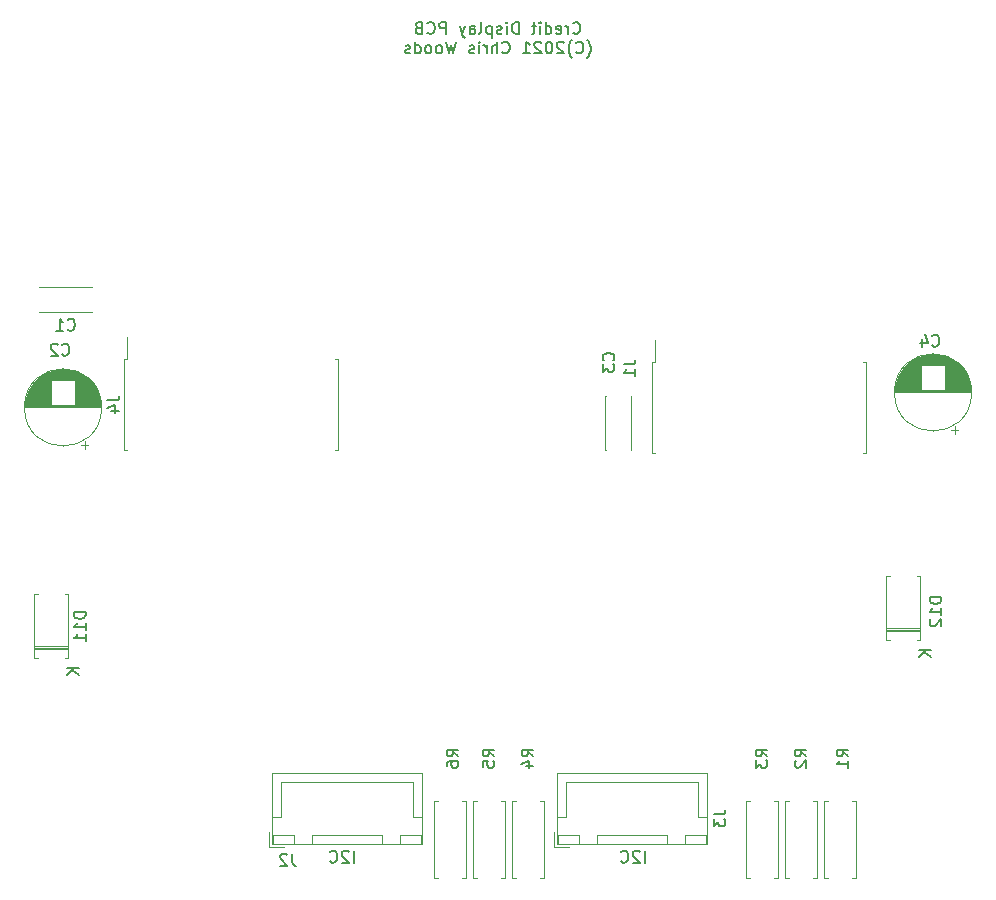
<source format=gbr>
%TF.GenerationSoftware,KiCad,Pcbnew,5.1.9-73d0e3b20d~88~ubuntu20.04.1*%
%TF.CreationDate,2021-05-01T11:52:03+02:00*%
%TF.ProjectId,anna_elsa_credit_display,616e6e61-5f65-46c7-9361-5f6372656469,rev?*%
%TF.SameCoordinates,Original*%
%TF.FileFunction,Legend,Bot*%
%TF.FilePolarity,Positive*%
%FSLAX46Y46*%
G04 Gerber Fmt 4.6, Leading zero omitted, Abs format (unit mm)*
G04 Created by KiCad (PCBNEW 5.1.9-73d0e3b20d~88~ubuntu20.04.1) date 2021-05-01 11:52:03*
%MOMM*%
%LPD*%
G01*
G04 APERTURE LIST*
%ADD10C,0.150000*%
%ADD11C,0.120000*%
G04 APERTURE END LIST*
D10*
X132087142Y-31282142D02*
X132134761Y-31329761D01*
X132277619Y-31377380D01*
X132372857Y-31377380D01*
X132515714Y-31329761D01*
X132610952Y-31234523D01*
X132658571Y-31139285D01*
X132706190Y-30948809D01*
X132706190Y-30805952D01*
X132658571Y-30615476D01*
X132610952Y-30520238D01*
X132515714Y-30425000D01*
X132372857Y-30377380D01*
X132277619Y-30377380D01*
X132134761Y-30425000D01*
X132087142Y-30472619D01*
X131658571Y-31377380D02*
X131658571Y-30710714D01*
X131658571Y-30901190D02*
X131610952Y-30805952D01*
X131563333Y-30758333D01*
X131468095Y-30710714D01*
X131372857Y-30710714D01*
X130658571Y-31329761D02*
X130753809Y-31377380D01*
X130944285Y-31377380D01*
X131039523Y-31329761D01*
X131087142Y-31234523D01*
X131087142Y-30853571D01*
X131039523Y-30758333D01*
X130944285Y-30710714D01*
X130753809Y-30710714D01*
X130658571Y-30758333D01*
X130610952Y-30853571D01*
X130610952Y-30948809D01*
X131087142Y-31044047D01*
X129753809Y-31377380D02*
X129753809Y-30377380D01*
X129753809Y-31329761D02*
X129849047Y-31377380D01*
X130039523Y-31377380D01*
X130134761Y-31329761D01*
X130182380Y-31282142D01*
X130230000Y-31186904D01*
X130230000Y-30901190D01*
X130182380Y-30805952D01*
X130134761Y-30758333D01*
X130039523Y-30710714D01*
X129849047Y-30710714D01*
X129753809Y-30758333D01*
X129277619Y-31377380D02*
X129277619Y-30710714D01*
X129277619Y-30377380D02*
X129325238Y-30425000D01*
X129277619Y-30472619D01*
X129230000Y-30425000D01*
X129277619Y-30377380D01*
X129277619Y-30472619D01*
X128944285Y-30710714D02*
X128563333Y-30710714D01*
X128801428Y-30377380D02*
X128801428Y-31234523D01*
X128753809Y-31329761D01*
X128658571Y-31377380D01*
X128563333Y-31377380D01*
X127468095Y-31377380D02*
X127468095Y-30377380D01*
X127230000Y-30377380D01*
X127087142Y-30425000D01*
X126991904Y-30520238D01*
X126944285Y-30615476D01*
X126896666Y-30805952D01*
X126896666Y-30948809D01*
X126944285Y-31139285D01*
X126991904Y-31234523D01*
X127087142Y-31329761D01*
X127230000Y-31377380D01*
X127468095Y-31377380D01*
X126468095Y-31377380D02*
X126468095Y-30710714D01*
X126468095Y-30377380D02*
X126515714Y-30425000D01*
X126468095Y-30472619D01*
X126420476Y-30425000D01*
X126468095Y-30377380D01*
X126468095Y-30472619D01*
X126039523Y-31329761D02*
X125944285Y-31377380D01*
X125753809Y-31377380D01*
X125658571Y-31329761D01*
X125610952Y-31234523D01*
X125610952Y-31186904D01*
X125658571Y-31091666D01*
X125753809Y-31044047D01*
X125896666Y-31044047D01*
X125991904Y-30996428D01*
X126039523Y-30901190D01*
X126039523Y-30853571D01*
X125991904Y-30758333D01*
X125896666Y-30710714D01*
X125753809Y-30710714D01*
X125658571Y-30758333D01*
X125182380Y-30710714D02*
X125182380Y-31710714D01*
X125182380Y-30758333D02*
X125087142Y-30710714D01*
X124896666Y-30710714D01*
X124801428Y-30758333D01*
X124753809Y-30805952D01*
X124706190Y-30901190D01*
X124706190Y-31186904D01*
X124753809Y-31282142D01*
X124801428Y-31329761D01*
X124896666Y-31377380D01*
X125087142Y-31377380D01*
X125182380Y-31329761D01*
X124134761Y-31377380D02*
X124230000Y-31329761D01*
X124277619Y-31234523D01*
X124277619Y-30377380D01*
X123325238Y-31377380D02*
X123325238Y-30853571D01*
X123372857Y-30758333D01*
X123468095Y-30710714D01*
X123658571Y-30710714D01*
X123753809Y-30758333D01*
X123325238Y-31329761D02*
X123420476Y-31377380D01*
X123658571Y-31377380D01*
X123753809Y-31329761D01*
X123801428Y-31234523D01*
X123801428Y-31139285D01*
X123753809Y-31044047D01*
X123658571Y-30996428D01*
X123420476Y-30996428D01*
X123325238Y-30948809D01*
X122944285Y-30710714D02*
X122706190Y-31377380D01*
X122468095Y-30710714D02*
X122706190Y-31377380D01*
X122801428Y-31615476D01*
X122849047Y-31663095D01*
X122944285Y-31710714D01*
X121325238Y-31377380D02*
X121325238Y-30377380D01*
X120944285Y-30377380D01*
X120849047Y-30425000D01*
X120801428Y-30472619D01*
X120753809Y-30567857D01*
X120753809Y-30710714D01*
X120801428Y-30805952D01*
X120849047Y-30853571D01*
X120944285Y-30901190D01*
X121325238Y-30901190D01*
X119753809Y-31282142D02*
X119801428Y-31329761D01*
X119944285Y-31377380D01*
X120039523Y-31377380D01*
X120182380Y-31329761D01*
X120277619Y-31234523D01*
X120325238Y-31139285D01*
X120372857Y-30948809D01*
X120372857Y-30805952D01*
X120325238Y-30615476D01*
X120277619Y-30520238D01*
X120182380Y-30425000D01*
X120039523Y-30377380D01*
X119944285Y-30377380D01*
X119801428Y-30425000D01*
X119753809Y-30472619D01*
X118991904Y-30853571D02*
X118849047Y-30901190D01*
X118801428Y-30948809D01*
X118753809Y-31044047D01*
X118753809Y-31186904D01*
X118801428Y-31282142D01*
X118849047Y-31329761D01*
X118944285Y-31377380D01*
X119325238Y-31377380D01*
X119325238Y-30377380D01*
X118991904Y-30377380D01*
X118896666Y-30425000D01*
X118849047Y-30472619D01*
X118801428Y-30567857D01*
X118801428Y-30663095D01*
X118849047Y-30758333D01*
X118896666Y-30805952D01*
X118991904Y-30853571D01*
X119325238Y-30853571D01*
X133277619Y-33408333D02*
X133325238Y-33360714D01*
X133420476Y-33217857D01*
X133468095Y-33122619D01*
X133515714Y-32979761D01*
X133563333Y-32741666D01*
X133563333Y-32551190D01*
X133515714Y-32313095D01*
X133468095Y-32170238D01*
X133420476Y-32075000D01*
X133325238Y-31932142D01*
X133277619Y-31884523D01*
X132325238Y-32932142D02*
X132372857Y-32979761D01*
X132515714Y-33027380D01*
X132610952Y-33027380D01*
X132753809Y-32979761D01*
X132849047Y-32884523D01*
X132896666Y-32789285D01*
X132944285Y-32598809D01*
X132944285Y-32455952D01*
X132896666Y-32265476D01*
X132849047Y-32170238D01*
X132753809Y-32075000D01*
X132610952Y-32027380D01*
X132515714Y-32027380D01*
X132372857Y-32075000D01*
X132325238Y-32122619D01*
X131991904Y-33408333D02*
X131944285Y-33360714D01*
X131849047Y-33217857D01*
X131801428Y-33122619D01*
X131753809Y-32979761D01*
X131706190Y-32741666D01*
X131706190Y-32551190D01*
X131753809Y-32313095D01*
X131801428Y-32170238D01*
X131849047Y-32075000D01*
X131944285Y-31932142D01*
X131991904Y-31884523D01*
X131277619Y-32122619D02*
X131230000Y-32075000D01*
X131134761Y-32027380D01*
X130896666Y-32027380D01*
X130801428Y-32075000D01*
X130753809Y-32122619D01*
X130706190Y-32217857D01*
X130706190Y-32313095D01*
X130753809Y-32455952D01*
X131325238Y-33027380D01*
X130706190Y-33027380D01*
X130087142Y-32027380D02*
X129991904Y-32027380D01*
X129896666Y-32075000D01*
X129849047Y-32122619D01*
X129801428Y-32217857D01*
X129753809Y-32408333D01*
X129753809Y-32646428D01*
X129801428Y-32836904D01*
X129849047Y-32932142D01*
X129896666Y-32979761D01*
X129991904Y-33027380D01*
X130087142Y-33027380D01*
X130182380Y-32979761D01*
X130230000Y-32932142D01*
X130277619Y-32836904D01*
X130325238Y-32646428D01*
X130325238Y-32408333D01*
X130277619Y-32217857D01*
X130230000Y-32122619D01*
X130182380Y-32075000D01*
X130087142Y-32027380D01*
X129372857Y-32122619D02*
X129325238Y-32075000D01*
X129230000Y-32027380D01*
X128991904Y-32027380D01*
X128896666Y-32075000D01*
X128849047Y-32122619D01*
X128801428Y-32217857D01*
X128801428Y-32313095D01*
X128849047Y-32455952D01*
X129420476Y-33027380D01*
X128801428Y-33027380D01*
X127849047Y-33027380D02*
X128420476Y-33027380D01*
X128134761Y-33027380D02*
X128134761Y-32027380D01*
X128230000Y-32170238D01*
X128325238Y-32265476D01*
X128420476Y-32313095D01*
X126087142Y-32932142D02*
X126134761Y-32979761D01*
X126277619Y-33027380D01*
X126372857Y-33027380D01*
X126515714Y-32979761D01*
X126610952Y-32884523D01*
X126658571Y-32789285D01*
X126706190Y-32598809D01*
X126706190Y-32455952D01*
X126658571Y-32265476D01*
X126610952Y-32170238D01*
X126515714Y-32075000D01*
X126372857Y-32027380D01*
X126277619Y-32027380D01*
X126134761Y-32075000D01*
X126087142Y-32122619D01*
X125658571Y-33027380D02*
X125658571Y-32027380D01*
X125230000Y-33027380D02*
X125230000Y-32503571D01*
X125277619Y-32408333D01*
X125372857Y-32360714D01*
X125515714Y-32360714D01*
X125610952Y-32408333D01*
X125658571Y-32455952D01*
X124753809Y-33027380D02*
X124753809Y-32360714D01*
X124753809Y-32551190D02*
X124706190Y-32455952D01*
X124658571Y-32408333D01*
X124563333Y-32360714D01*
X124468095Y-32360714D01*
X124134761Y-33027380D02*
X124134761Y-32360714D01*
X124134761Y-32027380D02*
X124182380Y-32075000D01*
X124134761Y-32122619D01*
X124087142Y-32075000D01*
X124134761Y-32027380D01*
X124134761Y-32122619D01*
X123706190Y-32979761D02*
X123610952Y-33027380D01*
X123420476Y-33027380D01*
X123325238Y-32979761D01*
X123277619Y-32884523D01*
X123277619Y-32836904D01*
X123325238Y-32741666D01*
X123420476Y-32694047D01*
X123563333Y-32694047D01*
X123658571Y-32646428D01*
X123706190Y-32551190D01*
X123706190Y-32503571D01*
X123658571Y-32408333D01*
X123563333Y-32360714D01*
X123420476Y-32360714D01*
X123325238Y-32408333D01*
X122182380Y-32027380D02*
X121944285Y-33027380D01*
X121753809Y-32313095D01*
X121563333Y-33027380D01*
X121325238Y-32027380D01*
X120801428Y-33027380D02*
X120896666Y-32979761D01*
X120944285Y-32932142D01*
X120991904Y-32836904D01*
X120991904Y-32551190D01*
X120944285Y-32455952D01*
X120896666Y-32408333D01*
X120801428Y-32360714D01*
X120658571Y-32360714D01*
X120563333Y-32408333D01*
X120515714Y-32455952D01*
X120468095Y-32551190D01*
X120468095Y-32836904D01*
X120515714Y-32932142D01*
X120563333Y-32979761D01*
X120658571Y-33027380D01*
X120801428Y-33027380D01*
X119896666Y-33027380D02*
X119991904Y-32979761D01*
X120039523Y-32932142D01*
X120087142Y-32836904D01*
X120087142Y-32551190D01*
X120039523Y-32455952D01*
X119991904Y-32408333D01*
X119896666Y-32360714D01*
X119753809Y-32360714D01*
X119658571Y-32408333D01*
X119610952Y-32455952D01*
X119563333Y-32551190D01*
X119563333Y-32836904D01*
X119610952Y-32932142D01*
X119658571Y-32979761D01*
X119753809Y-33027380D01*
X119896666Y-33027380D01*
X118706190Y-33027380D02*
X118706190Y-32027380D01*
X118706190Y-32979761D02*
X118801428Y-33027380D01*
X118991904Y-33027380D01*
X119087142Y-32979761D01*
X119134761Y-32932142D01*
X119182380Y-32836904D01*
X119182380Y-32551190D01*
X119134761Y-32455952D01*
X119087142Y-32408333D01*
X118991904Y-32360714D01*
X118801428Y-32360714D01*
X118706190Y-32408333D01*
X118277619Y-32979761D02*
X118182380Y-33027380D01*
X117991904Y-33027380D01*
X117896666Y-32979761D01*
X117849047Y-32884523D01*
X117849047Y-32836904D01*
X117896666Y-32741666D01*
X117991904Y-32694047D01*
X118134761Y-32694047D01*
X118230000Y-32646428D01*
X118277619Y-32551190D01*
X118277619Y-32503571D01*
X118230000Y-32408333D01*
X118134761Y-32360714D01*
X117991904Y-32360714D01*
X117896666Y-32408333D01*
D11*
%TO.C,D12*%
X161490000Y-81950000D02*
X158550000Y-81950000D01*
X161490000Y-81710000D02*
X158550000Y-81710000D01*
X161490000Y-81830000D02*
X158550000Y-81830000D01*
X158550000Y-77290000D02*
X158880000Y-77290000D01*
X158550000Y-82730000D02*
X158550000Y-77290000D01*
X158880000Y-82730000D02*
X158550000Y-82730000D01*
X161490000Y-77290000D02*
X161160000Y-77290000D01*
X161490000Y-82730000D02*
X161490000Y-77290000D01*
X161160000Y-82730000D02*
X161490000Y-82730000D01*
%TO.C,D11*%
X89354000Y-83474000D02*
X86414000Y-83474000D01*
X89354000Y-83234000D02*
X86414000Y-83234000D01*
X89354000Y-83354000D02*
X86414000Y-83354000D01*
X86414000Y-78814000D02*
X86744000Y-78814000D01*
X86414000Y-84254000D02*
X86414000Y-78814000D01*
X86744000Y-84254000D02*
X86414000Y-84254000D01*
X89354000Y-78814000D02*
X89024000Y-78814000D01*
X89354000Y-84254000D02*
X89354000Y-78814000D01*
X89024000Y-84254000D02*
X89354000Y-84254000D01*
%TO.C,R6*%
X123036000Y-102838000D02*
X122706000Y-102838000D01*
X123036000Y-96298000D02*
X123036000Y-102838000D01*
X122706000Y-96298000D02*
X123036000Y-96298000D01*
X120296000Y-102838000D02*
X120626000Y-102838000D01*
X120296000Y-96298000D02*
X120296000Y-102838000D01*
X120626000Y-96298000D02*
X120296000Y-96298000D01*
%TO.C,R5*%
X126338000Y-102838000D02*
X126008000Y-102838000D01*
X126338000Y-96298000D02*
X126338000Y-102838000D01*
X126008000Y-96298000D02*
X126338000Y-96298000D01*
X123598000Y-102838000D02*
X123928000Y-102838000D01*
X123598000Y-96298000D02*
X123598000Y-102838000D01*
X123928000Y-96298000D02*
X123598000Y-96298000D01*
%TO.C,R4*%
X129640000Y-102838000D02*
X129310000Y-102838000D01*
X129640000Y-96298000D02*
X129640000Y-102838000D01*
X129310000Y-96298000D02*
X129640000Y-96298000D01*
X126900000Y-102838000D02*
X127230000Y-102838000D01*
X126900000Y-96298000D02*
X126900000Y-102838000D01*
X127230000Y-96298000D02*
X126900000Y-96298000D01*
%TO.C,R3*%
X149452000Y-102838000D02*
X149122000Y-102838000D01*
X149452000Y-96298000D02*
X149452000Y-102838000D01*
X149122000Y-96298000D02*
X149452000Y-96298000D01*
X146712000Y-102838000D02*
X147042000Y-102838000D01*
X146712000Y-96298000D02*
X146712000Y-102838000D01*
X147042000Y-96298000D02*
X146712000Y-96298000D01*
%TO.C,R2*%
X152754000Y-102838000D02*
X152424000Y-102838000D01*
X152754000Y-96298000D02*
X152754000Y-102838000D01*
X152424000Y-96298000D02*
X152754000Y-96298000D01*
X150014000Y-102838000D02*
X150344000Y-102838000D01*
X150014000Y-96298000D02*
X150014000Y-102838000D01*
X150344000Y-96298000D02*
X150014000Y-96298000D01*
%TO.C,R1*%
X156056000Y-102838000D02*
X155726000Y-102838000D01*
X156056000Y-96298000D02*
X156056000Y-102838000D01*
X155726000Y-96298000D02*
X156056000Y-96298000D01*
X153316000Y-102838000D02*
X153646000Y-102838000D01*
X153316000Y-96298000D02*
X153316000Y-102838000D01*
X153646000Y-96298000D02*
X153316000Y-96298000D01*
%TO.C,C4*%
X164714000Y-64927241D02*
X164084000Y-64927241D01*
X164399000Y-65242241D02*
X164399000Y-64612241D01*
X162962000Y-58501000D02*
X162158000Y-58501000D01*
X163193000Y-58541000D02*
X161927000Y-58541000D01*
X163362000Y-58581000D02*
X161758000Y-58581000D01*
X163500000Y-58621000D02*
X161620000Y-58621000D01*
X163619000Y-58661000D02*
X161501000Y-58661000D01*
X163725000Y-58701000D02*
X161395000Y-58701000D01*
X163822000Y-58741000D02*
X161298000Y-58741000D01*
X163910000Y-58781000D02*
X161210000Y-58781000D01*
X163992000Y-58821000D02*
X161128000Y-58821000D01*
X164069000Y-58861000D02*
X161051000Y-58861000D01*
X164141000Y-58901000D02*
X160979000Y-58901000D01*
X164210000Y-58941000D02*
X160910000Y-58941000D01*
X164274000Y-58981000D02*
X160846000Y-58981000D01*
X164336000Y-59021000D02*
X160784000Y-59021000D01*
X164394000Y-59061000D02*
X160726000Y-59061000D01*
X164450000Y-59101000D02*
X160670000Y-59101000D01*
X164504000Y-59141000D02*
X160616000Y-59141000D01*
X164555000Y-59181000D02*
X160565000Y-59181000D01*
X164604000Y-59221000D02*
X160516000Y-59221000D01*
X164652000Y-59261000D02*
X160468000Y-59261000D01*
X164697000Y-59301000D02*
X160423000Y-59301000D01*
X164742000Y-59341000D02*
X160378000Y-59341000D01*
X164784000Y-59381000D02*
X160336000Y-59381000D01*
X164825000Y-59421000D02*
X160295000Y-59421000D01*
X161520000Y-59461000D02*
X160255000Y-59461000D01*
X164865000Y-59461000D02*
X163600000Y-59461000D01*
X161520000Y-59501000D02*
X160217000Y-59501000D01*
X164903000Y-59501000D02*
X163600000Y-59501000D01*
X161520000Y-59541000D02*
X160180000Y-59541000D01*
X164940000Y-59541000D02*
X163600000Y-59541000D01*
X161520000Y-59581000D02*
X160144000Y-59581000D01*
X164976000Y-59581000D02*
X163600000Y-59581000D01*
X161520000Y-59621000D02*
X160110000Y-59621000D01*
X165010000Y-59621000D02*
X163600000Y-59621000D01*
X161520000Y-59661000D02*
X160076000Y-59661000D01*
X165044000Y-59661000D02*
X163600000Y-59661000D01*
X161520000Y-59701000D02*
X160044000Y-59701000D01*
X165076000Y-59701000D02*
X163600000Y-59701000D01*
X161520000Y-59741000D02*
X160012000Y-59741000D01*
X165108000Y-59741000D02*
X163600000Y-59741000D01*
X161520000Y-59781000D02*
X159982000Y-59781000D01*
X165138000Y-59781000D02*
X163600000Y-59781000D01*
X161520000Y-59821000D02*
X159953000Y-59821000D01*
X165167000Y-59821000D02*
X163600000Y-59821000D01*
X161520000Y-59861000D02*
X159924000Y-59861000D01*
X165196000Y-59861000D02*
X163600000Y-59861000D01*
X161520000Y-59901000D02*
X159896000Y-59901000D01*
X165224000Y-59901000D02*
X163600000Y-59901000D01*
X161520000Y-59941000D02*
X159870000Y-59941000D01*
X165250000Y-59941000D02*
X163600000Y-59941000D01*
X161520000Y-59981000D02*
X159844000Y-59981000D01*
X165276000Y-59981000D02*
X163600000Y-59981000D01*
X161520000Y-60021000D02*
X159818000Y-60021000D01*
X165302000Y-60021000D02*
X163600000Y-60021000D01*
X161520000Y-60061000D02*
X159794000Y-60061000D01*
X165326000Y-60061000D02*
X163600000Y-60061000D01*
X161520000Y-60101000D02*
X159770000Y-60101000D01*
X165350000Y-60101000D02*
X163600000Y-60101000D01*
X161520000Y-60141000D02*
X159748000Y-60141000D01*
X165372000Y-60141000D02*
X163600000Y-60141000D01*
X161520000Y-60181000D02*
X159726000Y-60181000D01*
X165394000Y-60181000D02*
X163600000Y-60181000D01*
X161520000Y-60221000D02*
X159704000Y-60221000D01*
X165416000Y-60221000D02*
X163600000Y-60221000D01*
X161520000Y-60261000D02*
X159684000Y-60261000D01*
X165436000Y-60261000D02*
X163600000Y-60261000D01*
X161520000Y-60301000D02*
X159664000Y-60301000D01*
X165456000Y-60301000D02*
X163600000Y-60301000D01*
X161520000Y-60341000D02*
X159644000Y-60341000D01*
X165476000Y-60341000D02*
X163600000Y-60341000D01*
X161520000Y-60381000D02*
X159626000Y-60381000D01*
X165494000Y-60381000D02*
X163600000Y-60381000D01*
X161520000Y-60421000D02*
X159608000Y-60421000D01*
X165512000Y-60421000D02*
X163600000Y-60421000D01*
X161520000Y-60461000D02*
X159590000Y-60461000D01*
X165530000Y-60461000D02*
X163600000Y-60461000D01*
X161520000Y-60501000D02*
X159574000Y-60501000D01*
X165546000Y-60501000D02*
X163600000Y-60501000D01*
X161520000Y-60541000D02*
X159558000Y-60541000D01*
X165562000Y-60541000D02*
X163600000Y-60541000D01*
X161520000Y-60581000D02*
X159542000Y-60581000D01*
X165578000Y-60581000D02*
X163600000Y-60581000D01*
X161520000Y-60621000D02*
X159527000Y-60621000D01*
X165593000Y-60621000D02*
X163600000Y-60621000D01*
X161520000Y-60661000D02*
X159513000Y-60661000D01*
X165607000Y-60661000D02*
X163600000Y-60661000D01*
X161520000Y-60701000D02*
X159499000Y-60701000D01*
X165621000Y-60701000D02*
X163600000Y-60701000D01*
X161520000Y-60741000D02*
X159486000Y-60741000D01*
X165634000Y-60741000D02*
X163600000Y-60741000D01*
X161520000Y-60781000D02*
X159474000Y-60781000D01*
X165646000Y-60781000D02*
X163600000Y-60781000D01*
X161520000Y-60821000D02*
X159462000Y-60821000D01*
X165658000Y-60821000D02*
X163600000Y-60821000D01*
X161520000Y-60861000D02*
X159450000Y-60861000D01*
X165670000Y-60861000D02*
X163600000Y-60861000D01*
X161520000Y-60901000D02*
X159439000Y-60901000D01*
X165681000Y-60901000D02*
X163600000Y-60901000D01*
X161520000Y-60941000D02*
X159429000Y-60941000D01*
X165691000Y-60941000D02*
X163600000Y-60941000D01*
X161520000Y-60981000D02*
X159419000Y-60981000D01*
X165701000Y-60981000D02*
X163600000Y-60981000D01*
X161520000Y-61021000D02*
X159410000Y-61021000D01*
X165710000Y-61021000D02*
X163600000Y-61021000D01*
X161520000Y-61062000D02*
X159401000Y-61062000D01*
X165719000Y-61062000D02*
X163600000Y-61062000D01*
X161520000Y-61102000D02*
X159393000Y-61102000D01*
X165727000Y-61102000D02*
X163600000Y-61102000D01*
X161520000Y-61142000D02*
X159385000Y-61142000D01*
X165735000Y-61142000D02*
X163600000Y-61142000D01*
X161520000Y-61182000D02*
X159378000Y-61182000D01*
X165742000Y-61182000D02*
X163600000Y-61182000D01*
X161520000Y-61222000D02*
X159371000Y-61222000D01*
X165749000Y-61222000D02*
X163600000Y-61222000D01*
X161520000Y-61262000D02*
X159365000Y-61262000D01*
X165755000Y-61262000D02*
X163600000Y-61262000D01*
X161520000Y-61302000D02*
X159359000Y-61302000D01*
X165761000Y-61302000D02*
X163600000Y-61302000D01*
X161520000Y-61342000D02*
X159354000Y-61342000D01*
X165766000Y-61342000D02*
X163600000Y-61342000D01*
X161520000Y-61382000D02*
X159349000Y-61382000D01*
X165771000Y-61382000D02*
X163600000Y-61382000D01*
X161520000Y-61422000D02*
X159345000Y-61422000D01*
X165775000Y-61422000D02*
X163600000Y-61422000D01*
X161520000Y-61462000D02*
X159342000Y-61462000D01*
X165778000Y-61462000D02*
X163600000Y-61462000D01*
X161520000Y-61502000D02*
X159338000Y-61502000D01*
X165782000Y-61502000D02*
X163600000Y-61502000D01*
X165784000Y-61542000D02*
X159336000Y-61542000D01*
X165787000Y-61582000D02*
X159333000Y-61582000D01*
X165788000Y-61622000D02*
X159332000Y-61622000D01*
X165790000Y-61662000D02*
X159330000Y-61662000D01*
X165790000Y-61702000D02*
X159330000Y-61702000D01*
X165790000Y-61742000D02*
X159330000Y-61742000D01*
X165830000Y-61742000D02*
G75*
G03*
X165830000Y-61742000I-3270000J0D01*
G01*
%TO.C,C3*%
X134835000Y-62032000D02*
X134820000Y-62032000D01*
X136960000Y-62032000D02*
X136945000Y-62032000D01*
X134835000Y-66572000D02*
X134820000Y-66572000D01*
X136960000Y-66572000D02*
X136945000Y-66572000D01*
X134820000Y-66572000D02*
X134820000Y-62032000D01*
X136960000Y-66572000D02*
X136960000Y-62032000D01*
%TO.C,C2*%
X91054000Y-66197241D02*
X90424000Y-66197241D01*
X90739000Y-66512241D02*
X90739000Y-65882241D01*
X89302000Y-59771000D02*
X88498000Y-59771000D01*
X89533000Y-59811000D02*
X88267000Y-59811000D01*
X89702000Y-59851000D02*
X88098000Y-59851000D01*
X89840000Y-59891000D02*
X87960000Y-59891000D01*
X89959000Y-59931000D02*
X87841000Y-59931000D01*
X90065000Y-59971000D02*
X87735000Y-59971000D01*
X90162000Y-60011000D02*
X87638000Y-60011000D01*
X90250000Y-60051000D02*
X87550000Y-60051000D01*
X90332000Y-60091000D02*
X87468000Y-60091000D01*
X90409000Y-60131000D02*
X87391000Y-60131000D01*
X90481000Y-60171000D02*
X87319000Y-60171000D01*
X90550000Y-60211000D02*
X87250000Y-60211000D01*
X90614000Y-60251000D02*
X87186000Y-60251000D01*
X90676000Y-60291000D02*
X87124000Y-60291000D01*
X90734000Y-60331000D02*
X87066000Y-60331000D01*
X90790000Y-60371000D02*
X87010000Y-60371000D01*
X90844000Y-60411000D02*
X86956000Y-60411000D01*
X90895000Y-60451000D02*
X86905000Y-60451000D01*
X90944000Y-60491000D02*
X86856000Y-60491000D01*
X90992000Y-60531000D02*
X86808000Y-60531000D01*
X91037000Y-60571000D02*
X86763000Y-60571000D01*
X91082000Y-60611000D02*
X86718000Y-60611000D01*
X91124000Y-60651000D02*
X86676000Y-60651000D01*
X91165000Y-60691000D02*
X86635000Y-60691000D01*
X87860000Y-60731000D02*
X86595000Y-60731000D01*
X91205000Y-60731000D02*
X89940000Y-60731000D01*
X87860000Y-60771000D02*
X86557000Y-60771000D01*
X91243000Y-60771000D02*
X89940000Y-60771000D01*
X87860000Y-60811000D02*
X86520000Y-60811000D01*
X91280000Y-60811000D02*
X89940000Y-60811000D01*
X87860000Y-60851000D02*
X86484000Y-60851000D01*
X91316000Y-60851000D02*
X89940000Y-60851000D01*
X87860000Y-60891000D02*
X86450000Y-60891000D01*
X91350000Y-60891000D02*
X89940000Y-60891000D01*
X87860000Y-60931000D02*
X86416000Y-60931000D01*
X91384000Y-60931000D02*
X89940000Y-60931000D01*
X87860000Y-60971000D02*
X86384000Y-60971000D01*
X91416000Y-60971000D02*
X89940000Y-60971000D01*
X87860000Y-61011000D02*
X86352000Y-61011000D01*
X91448000Y-61011000D02*
X89940000Y-61011000D01*
X87860000Y-61051000D02*
X86322000Y-61051000D01*
X91478000Y-61051000D02*
X89940000Y-61051000D01*
X87860000Y-61091000D02*
X86293000Y-61091000D01*
X91507000Y-61091000D02*
X89940000Y-61091000D01*
X87860000Y-61131000D02*
X86264000Y-61131000D01*
X91536000Y-61131000D02*
X89940000Y-61131000D01*
X87860000Y-61171000D02*
X86236000Y-61171000D01*
X91564000Y-61171000D02*
X89940000Y-61171000D01*
X87860000Y-61211000D02*
X86210000Y-61211000D01*
X91590000Y-61211000D02*
X89940000Y-61211000D01*
X87860000Y-61251000D02*
X86184000Y-61251000D01*
X91616000Y-61251000D02*
X89940000Y-61251000D01*
X87860000Y-61291000D02*
X86158000Y-61291000D01*
X91642000Y-61291000D02*
X89940000Y-61291000D01*
X87860000Y-61331000D02*
X86134000Y-61331000D01*
X91666000Y-61331000D02*
X89940000Y-61331000D01*
X87860000Y-61371000D02*
X86110000Y-61371000D01*
X91690000Y-61371000D02*
X89940000Y-61371000D01*
X87860000Y-61411000D02*
X86088000Y-61411000D01*
X91712000Y-61411000D02*
X89940000Y-61411000D01*
X87860000Y-61451000D02*
X86066000Y-61451000D01*
X91734000Y-61451000D02*
X89940000Y-61451000D01*
X87860000Y-61491000D02*
X86044000Y-61491000D01*
X91756000Y-61491000D02*
X89940000Y-61491000D01*
X87860000Y-61531000D02*
X86024000Y-61531000D01*
X91776000Y-61531000D02*
X89940000Y-61531000D01*
X87860000Y-61571000D02*
X86004000Y-61571000D01*
X91796000Y-61571000D02*
X89940000Y-61571000D01*
X87860000Y-61611000D02*
X85984000Y-61611000D01*
X91816000Y-61611000D02*
X89940000Y-61611000D01*
X87860000Y-61651000D02*
X85966000Y-61651000D01*
X91834000Y-61651000D02*
X89940000Y-61651000D01*
X87860000Y-61691000D02*
X85948000Y-61691000D01*
X91852000Y-61691000D02*
X89940000Y-61691000D01*
X87860000Y-61731000D02*
X85930000Y-61731000D01*
X91870000Y-61731000D02*
X89940000Y-61731000D01*
X87860000Y-61771000D02*
X85914000Y-61771000D01*
X91886000Y-61771000D02*
X89940000Y-61771000D01*
X87860000Y-61811000D02*
X85898000Y-61811000D01*
X91902000Y-61811000D02*
X89940000Y-61811000D01*
X87860000Y-61851000D02*
X85882000Y-61851000D01*
X91918000Y-61851000D02*
X89940000Y-61851000D01*
X87860000Y-61891000D02*
X85867000Y-61891000D01*
X91933000Y-61891000D02*
X89940000Y-61891000D01*
X87860000Y-61931000D02*
X85853000Y-61931000D01*
X91947000Y-61931000D02*
X89940000Y-61931000D01*
X87860000Y-61971000D02*
X85839000Y-61971000D01*
X91961000Y-61971000D02*
X89940000Y-61971000D01*
X87860000Y-62011000D02*
X85826000Y-62011000D01*
X91974000Y-62011000D02*
X89940000Y-62011000D01*
X87860000Y-62051000D02*
X85814000Y-62051000D01*
X91986000Y-62051000D02*
X89940000Y-62051000D01*
X87860000Y-62091000D02*
X85802000Y-62091000D01*
X91998000Y-62091000D02*
X89940000Y-62091000D01*
X87860000Y-62131000D02*
X85790000Y-62131000D01*
X92010000Y-62131000D02*
X89940000Y-62131000D01*
X87860000Y-62171000D02*
X85779000Y-62171000D01*
X92021000Y-62171000D02*
X89940000Y-62171000D01*
X87860000Y-62211000D02*
X85769000Y-62211000D01*
X92031000Y-62211000D02*
X89940000Y-62211000D01*
X87860000Y-62251000D02*
X85759000Y-62251000D01*
X92041000Y-62251000D02*
X89940000Y-62251000D01*
X87860000Y-62291000D02*
X85750000Y-62291000D01*
X92050000Y-62291000D02*
X89940000Y-62291000D01*
X87860000Y-62332000D02*
X85741000Y-62332000D01*
X92059000Y-62332000D02*
X89940000Y-62332000D01*
X87860000Y-62372000D02*
X85733000Y-62372000D01*
X92067000Y-62372000D02*
X89940000Y-62372000D01*
X87860000Y-62412000D02*
X85725000Y-62412000D01*
X92075000Y-62412000D02*
X89940000Y-62412000D01*
X87860000Y-62452000D02*
X85718000Y-62452000D01*
X92082000Y-62452000D02*
X89940000Y-62452000D01*
X87860000Y-62492000D02*
X85711000Y-62492000D01*
X92089000Y-62492000D02*
X89940000Y-62492000D01*
X87860000Y-62532000D02*
X85705000Y-62532000D01*
X92095000Y-62532000D02*
X89940000Y-62532000D01*
X87860000Y-62572000D02*
X85699000Y-62572000D01*
X92101000Y-62572000D02*
X89940000Y-62572000D01*
X87860000Y-62612000D02*
X85694000Y-62612000D01*
X92106000Y-62612000D02*
X89940000Y-62612000D01*
X87860000Y-62652000D02*
X85689000Y-62652000D01*
X92111000Y-62652000D02*
X89940000Y-62652000D01*
X87860000Y-62692000D02*
X85685000Y-62692000D01*
X92115000Y-62692000D02*
X89940000Y-62692000D01*
X87860000Y-62732000D02*
X85682000Y-62732000D01*
X92118000Y-62732000D02*
X89940000Y-62732000D01*
X87860000Y-62772000D02*
X85678000Y-62772000D01*
X92122000Y-62772000D02*
X89940000Y-62772000D01*
X92124000Y-62812000D02*
X85676000Y-62812000D01*
X92127000Y-62852000D02*
X85673000Y-62852000D01*
X92128000Y-62892000D02*
X85672000Y-62892000D01*
X92130000Y-62932000D02*
X85670000Y-62932000D01*
X92130000Y-62972000D02*
X85670000Y-62972000D01*
X92130000Y-63012000D02*
X85670000Y-63012000D01*
X92170000Y-63012000D02*
G75*
G03*
X92170000Y-63012000I-3270000J0D01*
G01*
%TO.C,C1*%
X91384000Y-52793000D02*
X91384000Y-52778000D01*
X91384000Y-54918000D02*
X91384000Y-54903000D01*
X86844000Y-52793000D02*
X86844000Y-52778000D01*
X86844000Y-54918000D02*
X86844000Y-54903000D01*
X86844000Y-52778000D02*
X91384000Y-52778000D01*
X86844000Y-54918000D02*
X91384000Y-54918000D01*
%TO.C,J4*%
X94334000Y-58878000D02*
X94334000Y-57088000D01*
X94044000Y-58878000D02*
X94334000Y-58878000D01*
X94044000Y-62738000D02*
X94044000Y-58878000D01*
X94044000Y-66598000D02*
X94334000Y-66598000D01*
X94044000Y-62738000D02*
X94044000Y-66598000D01*
X112204000Y-58878000D02*
X111914000Y-58878000D01*
X112204000Y-62738000D02*
X112204000Y-58878000D01*
X112204000Y-66598000D02*
X111914000Y-66598000D01*
X112204000Y-62738000D02*
X112204000Y-66598000D01*
%TO.C,J1*%
X139038000Y-59132000D02*
X139038000Y-57342000D01*
X138748000Y-59132000D02*
X139038000Y-59132000D01*
X138748000Y-62992000D02*
X138748000Y-59132000D01*
X138748000Y-66852000D02*
X139038000Y-66852000D01*
X138748000Y-62992000D02*
X138748000Y-66852000D01*
X156908000Y-59132000D02*
X156618000Y-59132000D01*
X156908000Y-62992000D02*
X156908000Y-59132000D01*
X156908000Y-66852000D02*
X156618000Y-66852000D01*
X156908000Y-62992000D02*
X156908000Y-66852000D01*
%TO.C,J3*%
X130760000Y-99950000D02*
X130760000Y-93980000D01*
X130760000Y-93980000D02*
X143380000Y-93980000D01*
X143380000Y-93980000D02*
X143380000Y-99950000D01*
X143380000Y-99950000D02*
X130760000Y-99950000D01*
X134070000Y-99940000D02*
X134070000Y-99190000D01*
X134070000Y-99190000D02*
X140070000Y-99190000D01*
X140070000Y-99190000D02*
X140070000Y-99940000D01*
X140070000Y-99940000D02*
X134070000Y-99940000D01*
X130770000Y-99940000D02*
X130770000Y-99190000D01*
X130770000Y-99190000D02*
X132570000Y-99190000D01*
X132570000Y-99190000D02*
X132570000Y-99940000D01*
X132570000Y-99940000D02*
X130770000Y-99940000D01*
X141570000Y-99940000D02*
X141570000Y-99190000D01*
X141570000Y-99190000D02*
X143370000Y-99190000D01*
X143370000Y-99190000D02*
X143370000Y-99940000D01*
X143370000Y-99940000D02*
X141570000Y-99940000D01*
X130770000Y-97690000D02*
X131520000Y-97690000D01*
X131520000Y-97690000D02*
X131520000Y-94740000D01*
X131520000Y-94740000D02*
X137070000Y-94740000D01*
X143370000Y-97690000D02*
X142620000Y-97690000D01*
X142620000Y-97690000D02*
X142620000Y-94740000D01*
X142620000Y-94740000D02*
X137070000Y-94740000D01*
X131720000Y-100240000D02*
X130470000Y-100240000D01*
X130470000Y-100240000D02*
X130470000Y-98990000D01*
%TO.C,J2*%
X106630000Y-99950000D02*
X106630000Y-93980000D01*
X106630000Y-93980000D02*
X119250000Y-93980000D01*
X119250000Y-93980000D02*
X119250000Y-99950000D01*
X119250000Y-99950000D02*
X106630000Y-99950000D01*
X109940000Y-99940000D02*
X109940000Y-99190000D01*
X109940000Y-99190000D02*
X115940000Y-99190000D01*
X115940000Y-99190000D02*
X115940000Y-99940000D01*
X115940000Y-99940000D02*
X109940000Y-99940000D01*
X106640000Y-99940000D02*
X106640000Y-99190000D01*
X106640000Y-99190000D02*
X108440000Y-99190000D01*
X108440000Y-99190000D02*
X108440000Y-99940000D01*
X108440000Y-99940000D02*
X106640000Y-99940000D01*
X117440000Y-99940000D02*
X117440000Y-99190000D01*
X117440000Y-99190000D02*
X119240000Y-99190000D01*
X119240000Y-99190000D02*
X119240000Y-99940000D01*
X119240000Y-99940000D02*
X117440000Y-99940000D01*
X106640000Y-97690000D02*
X107390000Y-97690000D01*
X107390000Y-97690000D02*
X107390000Y-94740000D01*
X107390000Y-94740000D02*
X112940000Y-94740000D01*
X119240000Y-97690000D02*
X118490000Y-97690000D01*
X118490000Y-97690000D02*
X118490000Y-94740000D01*
X118490000Y-94740000D02*
X112940000Y-94740000D01*
X107590000Y-100240000D02*
X106340000Y-100240000D01*
X106340000Y-100240000D02*
X106340000Y-98990000D01*
%TO.C,D12*%
D10*
X163266380Y-79049714D02*
X162266380Y-79049714D01*
X162266380Y-79287809D01*
X162314000Y-79430666D01*
X162409238Y-79525904D01*
X162504476Y-79573523D01*
X162694952Y-79621142D01*
X162837809Y-79621142D01*
X163028285Y-79573523D01*
X163123523Y-79525904D01*
X163218761Y-79430666D01*
X163266380Y-79287809D01*
X163266380Y-79049714D01*
X163266380Y-80573523D02*
X163266380Y-80002095D01*
X163266380Y-80287809D02*
X162266380Y-80287809D01*
X162409238Y-80192571D01*
X162504476Y-80097333D01*
X162552095Y-80002095D01*
X162361619Y-80954476D02*
X162314000Y-81002095D01*
X162266380Y-81097333D01*
X162266380Y-81335428D01*
X162314000Y-81430666D01*
X162361619Y-81478285D01*
X162456857Y-81525904D01*
X162552095Y-81525904D01*
X162694952Y-81478285D01*
X163266380Y-80906857D01*
X163266380Y-81525904D01*
X162372380Y-83558095D02*
X161372380Y-83558095D01*
X162372380Y-84129523D02*
X161800952Y-83700952D01*
X161372380Y-84129523D02*
X161943809Y-83558095D01*
%TO.C,D11*%
X90806380Y-80319714D02*
X89806380Y-80319714D01*
X89806380Y-80557809D01*
X89854000Y-80700666D01*
X89949238Y-80795904D01*
X90044476Y-80843523D01*
X90234952Y-80891142D01*
X90377809Y-80891142D01*
X90568285Y-80843523D01*
X90663523Y-80795904D01*
X90758761Y-80700666D01*
X90806380Y-80557809D01*
X90806380Y-80319714D01*
X90806380Y-81843523D02*
X90806380Y-81272095D01*
X90806380Y-81557809D02*
X89806380Y-81557809D01*
X89949238Y-81462571D01*
X90044476Y-81367333D01*
X90092095Y-81272095D01*
X90806380Y-82795904D02*
X90806380Y-82224476D01*
X90806380Y-82510190D02*
X89806380Y-82510190D01*
X89949238Y-82414952D01*
X90044476Y-82319714D01*
X90092095Y-82224476D01*
X90236380Y-85082095D02*
X89236380Y-85082095D01*
X90236380Y-85653523D02*
X89664952Y-85224952D01*
X89236380Y-85653523D02*
X89807809Y-85082095D01*
%TO.C,R6*%
X122372380Y-92543333D02*
X121896190Y-92210000D01*
X122372380Y-91971904D02*
X121372380Y-91971904D01*
X121372380Y-92352857D01*
X121420000Y-92448095D01*
X121467619Y-92495714D01*
X121562857Y-92543333D01*
X121705714Y-92543333D01*
X121800952Y-92495714D01*
X121848571Y-92448095D01*
X121896190Y-92352857D01*
X121896190Y-91971904D01*
X121372380Y-93400476D02*
X121372380Y-93210000D01*
X121420000Y-93114761D01*
X121467619Y-93067142D01*
X121610476Y-92971904D01*
X121800952Y-92924285D01*
X122181904Y-92924285D01*
X122277142Y-92971904D01*
X122324761Y-93019523D01*
X122372380Y-93114761D01*
X122372380Y-93305238D01*
X122324761Y-93400476D01*
X122277142Y-93448095D01*
X122181904Y-93495714D01*
X121943809Y-93495714D01*
X121848571Y-93448095D01*
X121800952Y-93400476D01*
X121753333Y-93305238D01*
X121753333Y-93114761D01*
X121800952Y-93019523D01*
X121848571Y-92971904D01*
X121943809Y-92924285D01*
%TO.C,R5*%
X125420380Y-92543333D02*
X124944190Y-92210000D01*
X125420380Y-91971904D02*
X124420380Y-91971904D01*
X124420380Y-92352857D01*
X124468000Y-92448095D01*
X124515619Y-92495714D01*
X124610857Y-92543333D01*
X124753714Y-92543333D01*
X124848952Y-92495714D01*
X124896571Y-92448095D01*
X124944190Y-92352857D01*
X124944190Y-91971904D01*
X124420380Y-93448095D02*
X124420380Y-92971904D01*
X124896571Y-92924285D01*
X124848952Y-92971904D01*
X124801333Y-93067142D01*
X124801333Y-93305238D01*
X124848952Y-93400476D01*
X124896571Y-93448095D01*
X124991809Y-93495714D01*
X125229904Y-93495714D01*
X125325142Y-93448095D01*
X125372761Y-93400476D01*
X125420380Y-93305238D01*
X125420380Y-93067142D01*
X125372761Y-92971904D01*
X125325142Y-92924285D01*
%TO.C,R4*%
X128722380Y-92543333D02*
X128246190Y-92210000D01*
X128722380Y-91971904D02*
X127722380Y-91971904D01*
X127722380Y-92352857D01*
X127770000Y-92448095D01*
X127817619Y-92495714D01*
X127912857Y-92543333D01*
X128055714Y-92543333D01*
X128150952Y-92495714D01*
X128198571Y-92448095D01*
X128246190Y-92352857D01*
X128246190Y-91971904D01*
X128055714Y-93400476D02*
X128722380Y-93400476D01*
X127674761Y-93162380D02*
X128389047Y-92924285D01*
X128389047Y-93543333D01*
%TO.C,R3*%
X148534380Y-92543333D02*
X148058190Y-92210000D01*
X148534380Y-91971904D02*
X147534380Y-91971904D01*
X147534380Y-92352857D01*
X147582000Y-92448095D01*
X147629619Y-92495714D01*
X147724857Y-92543333D01*
X147867714Y-92543333D01*
X147962952Y-92495714D01*
X148010571Y-92448095D01*
X148058190Y-92352857D01*
X148058190Y-91971904D01*
X147534380Y-92876666D02*
X147534380Y-93495714D01*
X147915333Y-93162380D01*
X147915333Y-93305238D01*
X147962952Y-93400476D01*
X148010571Y-93448095D01*
X148105809Y-93495714D01*
X148343904Y-93495714D01*
X148439142Y-93448095D01*
X148486761Y-93400476D01*
X148534380Y-93305238D01*
X148534380Y-93019523D01*
X148486761Y-92924285D01*
X148439142Y-92876666D01*
%TO.C,R2*%
X151836380Y-92543333D02*
X151360190Y-92210000D01*
X151836380Y-91971904D02*
X150836380Y-91971904D01*
X150836380Y-92352857D01*
X150884000Y-92448095D01*
X150931619Y-92495714D01*
X151026857Y-92543333D01*
X151169714Y-92543333D01*
X151264952Y-92495714D01*
X151312571Y-92448095D01*
X151360190Y-92352857D01*
X151360190Y-91971904D01*
X150931619Y-92924285D02*
X150884000Y-92971904D01*
X150836380Y-93067142D01*
X150836380Y-93305238D01*
X150884000Y-93400476D01*
X150931619Y-93448095D01*
X151026857Y-93495714D01*
X151122095Y-93495714D01*
X151264952Y-93448095D01*
X151836380Y-92876666D01*
X151836380Y-93495714D01*
%TO.C,R1*%
X155392380Y-92543333D02*
X154916190Y-92210000D01*
X155392380Y-91971904D02*
X154392380Y-91971904D01*
X154392380Y-92352857D01*
X154440000Y-92448095D01*
X154487619Y-92495714D01*
X154582857Y-92543333D01*
X154725714Y-92543333D01*
X154820952Y-92495714D01*
X154868571Y-92448095D01*
X154916190Y-92352857D01*
X154916190Y-91971904D01*
X155392380Y-93495714D02*
X155392380Y-92924285D01*
X155392380Y-93210000D02*
X154392380Y-93210000D01*
X154535238Y-93114761D01*
X154630476Y-93019523D01*
X154678095Y-92924285D01*
%TO.C,C4*%
X162472666Y-57761142D02*
X162520285Y-57808761D01*
X162663142Y-57856380D01*
X162758380Y-57856380D01*
X162901238Y-57808761D01*
X162996476Y-57713523D01*
X163044095Y-57618285D01*
X163091714Y-57427809D01*
X163091714Y-57284952D01*
X163044095Y-57094476D01*
X162996476Y-56999238D01*
X162901238Y-56904000D01*
X162758380Y-56856380D01*
X162663142Y-56856380D01*
X162520285Y-56904000D01*
X162472666Y-56951619D01*
X161615523Y-57189714D02*
X161615523Y-57856380D01*
X161853619Y-56808761D02*
X162091714Y-57523047D01*
X161472666Y-57523047D01*
%TO.C,C3*%
X135485142Y-59015333D02*
X135532761Y-58967714D01*
X135580380Y-58824857D01*
X135580380Y-58729619D01*
X135532761Y-58586761D01*
X135437523Y-58491523D01*
X135342285Y-58443904D01*
X135151809Y-58396285D01*
X135008952Y-58396285D01*
X134818476Y-58443904D01*
X134723238Y-58491523D01*
X134628000Y-58586761D01*
X134580380Y-58729619D01*
X134580380Y-58824857D01*
X134628000Y-58967714D01*
X134675619Y-59015333D01*
X134580380Y-59348666D02*
X134580380Y-59967714D01*
X134961333Y-59634380D01*
X134961333Y-59777238D01*
X135008952Y-59872476D01*
X135056571Y-59920095D01*
X135151809Y-59967714D01*
X135389904Y-59967714D01*
X135485142Y-59920095D01*
X135532761Y-59872476D01*
X135580380Y-59777238D01*
X135580380Y-59491523D01*
X135532761Y-59396285D01*
X135485142Y-59348666D01*
%TO.C,C2*%
X88812666Y-58523142D02*
X88860285Y-58570761D01*
X89003142Y-58618380D01*
X89098380Y-58618380D01*
X89241238Y-58570761D01*
X89336476Y-58475523D01*
X89384095Y-58380285D01*
X89431714Y-58189809D01*
X89431714Y-58046952D01*
X89384095Y-57856476D01*
X89336476Y-57761238D01*
X89241238Y-57666000D01*
X89098380Y-57618380D01*
X89003142Y-57618380D01*
X88860285Y-57666000D01*
X88812666Y-57713619D01*
X88431714Y-57713619D02*
X88384095Y-57666000D01*
X88288857Y-57618380D01*
X88050761Y-57618380D01*
X87955523Y-57666000D01*
X87907904Y-57713619D01*
X87860285Y-57808857D01*
X87860285Y-57904095D01*
X87907904Y-58046952D01*
X88479333Y-58618380D01*
X87860285Y-58618380D01*
%TO.C,C1*%
X89280666Y-56405142D02*
X89328285Y-56452761D01*
X89471142Y-56500380D01*
X89566380Y-56500380D01*
X89709238Y-56452761D01*
X89804476Y-56357523D01*
X89852095Y-56262285D01*
X89899714Y-56071809D01*
X89899714Y-55928952D01*
X89852095Y-55738476D01*
X89804476Y-55643238D01*
X89709238Y-55548000D01*
X89566380Y-55500380D01*
X89471142Y-55500380D01*
X89328285Y-55548000D01*
X89280666Y-55595619D01*
X88328285Y-56500380D02*
X88899714Y-56500380D01*
X88614000Y-56500380D02*
X88614000Y-55500380D01*
X88709238Y-55643238D01*
X88804476Y-55738476D01*
X88899714Y-55786095D01*
%TO.C,J4*%
X92656380Y-62404666D02*
X93370666Y-62404666D01*
X93513523Y-62357047D01*
X93608761Y-62261809D01*
X93656380Y-62118952D01*
X93656380Y-62023714D01*
X92989714Y-63309428D02*
X93656380Y-63309428D01*
X92608761Y-63071333D02*
X93323047Y-62833238D01*
X93323047Y-63452285D01*
%TO.C,J1*%
X136358380Y-59356666D02*
X137072666Y-59356666D01*
X137215523Y-59309047D01*
X137310761Y-59213809D01*
X137358380Y-59070952D01*
X137358380Y-58975714D01*
X137358380Y-60356666D02*
X137358380Y-59785238D01*
X137358380Y-60070952D02*
X136358380Y-60070952D01*
X136501238Y-59975714D01*
X136596476Y-59880476D01*
X136644095Y-59785238D01*
%TO.C,J3*%
X143978380Y-97456666D02*
X144692666Y-97456666D01*
X144835523Y-97409047D01*
X144930761Y-97313809D01*
X144978380Y-97170952D01*
X144978380Y-97075714D01*
X143978380Y-97837619D02*
X143978380Y-98456666D01*
X144359333Y-98123333D01*
X144359333Y-98266190D01*
X144406952Y-98361428D01*
X144454571Y-98409047D01*
X144549809Y-98456666D01*
X144787904Y-98456666D01*
X144883142Y-98409047D01*
X144930761Y-98361428D01*
X144978380Y-98266190D01*
X144978380Y-97980476D01*
X144930761Y-97885238D01*
X144883142Y-97837619D01*
X138136190Y-101544380D02*
X138136190Y-100544380D01*
X137707619Y-100639619D02*
X137660000Y-100592000D01*
X137564761Y-100544380D01*
X137326666Y-100544380D01*
X137231428Y-100592000D01*
X137183809Y-100639619D01*
X137136190Y-100734857D01*
X137136190Y-100830095D01*
X137183809Y-100972952D01*
X137755238Y-101544380D01*
X137136190Y-101544380D01*
X136136190Y-101449142D02*
X136183809Y-101496761D01*
X136326666Y-101544380D01*
X136421904Y-101544380D01*
X136564761Y-101496761D01*
X136660000Y-101401523D01*
X136707619Y-101306285D01*
X136755238Y-101115809D01*
X136755238Y-100972952D01*
X136707619Y-100782476D01*
X136660000Y-100687238D01*
X136564761Y-100592000D01*
X136421904Y-100544380D01*
X136326666Y-100544380D01*
X136183809Y-100592000D01*
X136136190Y-100639619D01*
%TO.C,J2*%
X108283333Y-100798380D02*
X108283333Y-101512666D01*
X108330952Y-101655523D01*
X108426190Y-101750761D01*
X108569047Y-101798380D01*
X108664285Y-101798380D01*
X107854761Y-100893619D02*
X107807142Y-100846000D01*
X107711904Y-100798380D01*
X107473809Y-100798380D01*
X107378571Y-100846000D01*
X107330952Y-100893619D01*
X107283333Y-100988857D01*
X107283333Y-101084095D01*
X107330952Y-101226952D01*
X107902380Y-101798380D01*
X107283333Y-101798380D01*
X113498190Y-101544380D02*
X113498190Y-100544380D01*
X113069619Y-100639619D02*
X113022000Y-100592000D01*
X112926761Y-100544380D01*
X112688666Y-100544380D01*
X112593428Y-100592000D01*
X112545809Y-100639619D01*
X112498190Y-100734857D01*
X112498190Y-100830095D01*
X112545809Y-100972952D01*
X113117238Y-101544380D01*
X112498190Y-101544380D01*
X111498190Y-101449142D02*
X111545809Y-101496761D01*
X111688666Y-101544380D01*
X111783904Y-101544380D01*
X111926761Y-101496761D01*
X112022000Y-101401523D01*
X112069619Y-101306285D01*
X112117238Y-101115809D01*
X112117238Y-100972952D01*
X112069619Y-100782476D01*
X112022000Y-100687238D01*
X111926761Y-100592000D01*
X111783904Y-100544380D01*
X111688666Y-100544380D01*
X111545809Y-100592000D01*
X111498190Y-100639619D01*
%TD*%
M02*

</source>
